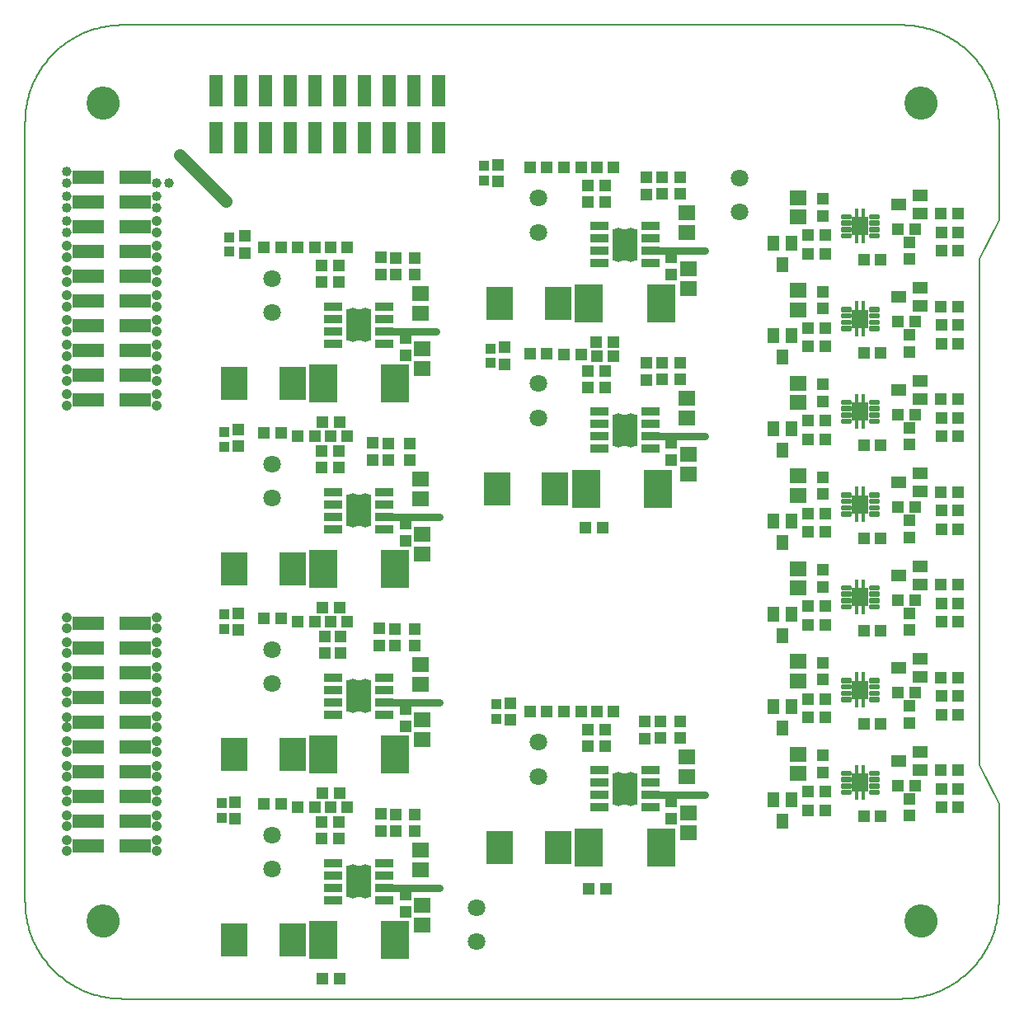
<source format=gts>
G04 EAGLE Gerber RS-274X export*
G75*
%MOMM*%
%FSLAX34Y34*%
%LPD*%
%INSolder Mask top*%
%IPPOS*%
%AMOC8*
5,1,8,0,0,1.08239X$1,22.5*%
G01*
%ADD10C,0.152400*%
%ADD11C,0.762000*%
%ADD12C,1.270000*%
%ADD13C,0.000000*%
%ADD14C,3.403200*%
%ADD15R,1.981200X0.812800*%
%ADD16R,2.603200X3.303200*%
%ADD17C,1.011200*%
%ADD18R,1.303200X1.203200*%
%ADD19R,1.283200X1.253200*%
%ADD20R,1.803200X1.503200*%
%ADD21R,1.253200X1.283200*%
%ADD22R,1.203200X1.303200*%
%ADD23R,3.003200X4.003200*%
%ADD24C,1.803200*%
%ADD25R,2.703200X3.453200*%
%ADD26C,0.229275*%
%ADD27R,1.703200X1.953200*%
%ADD28R,0.433200X1.028200*%
%ADD29R,1.203200X1.603200*%
%ADD30R,1.603200X1.203200*%
%ADD31R,1.003200X1.003200*%
%ADD32R,3.251200X1.473200*%
%ADD33R,1.473200X3.251200*%
%ADD34C,1.059600*%
%ADD35C,1.009600*%


D10*
X0Y100000D02*
X0Y900000D01*
X100000Y1000000D02*
X900000Y1000000D01*
X1000000Y900000D02*
X1000000Y800000D01*
X1000000Y200000D02*
X1000000Y100000D01*
X900000Y0D02*
X100000Y0D01*
X0Y900000D02*
X29Y902416D01*
X117Y904831D01*
X263Y907243D01*
X467Y909651D01*
X729Y912054D01*
X1049Y914449D01*
X1427Y916836D01*
X1863Y919213D01*
X2356Y921578D01*
X2906Y923932D01*
X3512Y926271D01*
X4175Y928595D01*
X4894Y930902D01*
X5669Y933191D01*
X6498Y935460D01*
X7383Y937709D01*
X8321Y939936D01*
X9313Y942140D01*
X10357Y944319D01*
X11454Y946472D01*
X12603Y948598D01*
X13803Y950696D01*
X15053Y952764D01*
X16353Y954801D01*
X17702Y956806D01*
X19098Y958779D01*
X20542Y960716D01*
X22033Y962619D01*
X23568Y964484D01*
X25149Y966312D01*
X26773Y968102D01*
X28440Y969851D01*
X30149Y971560D01*
X31898Y973227D01*
X33688Y974851D01*
X35516Y976432D01*
X37381Y977967D01*
X39284Y979458D01*
X41221Y980902D01*
X43194Y982298D01*
X45199Y983647D01*
X47236Y984947D01*
X49304Y986197D01*
X51402Y987397D01*
X53528Y988546D01*
X55681Y989643D01*
X57860Y990687D01*
X60064Y991679D01*
X62291Y992617D01*
X64540Y993502D01*
X66809Y994331D01*
X69098Y995106D01*
X71405Y995825D01*
X73729Y996488D01*
X76068Y997094D01*
X78422Y997644D01*
X80787Y998137D01*
X83164Y998573D01*
X85551Y998951D01*
X87946Y999271D01*
X90349Y999533D01*
X92757Y999737D01*
X95169Y999883D01*
X97584Y999971D01*
X100000Y1000000D01*
X900000Y1000000D02*
X902416Y999971D01*
X904831Y999883D01*
X907243Y999737D01*
X909651Y999533D01*
X912054Y999271D01*
X914449Y998951D01*
X916836Y998573D01*
X919213Y998137D01*
X921578Y997644D01*
X923932Y997094D01*
X926271Y996488D01*
X928595Y995825D01*
X930902Y995106D01*
X933191Y994331D01*
X935460Y993502D01*
X937709Y992617D01*
X939936Y991679D01*
X942140Y990687D01*
X944319Y989643D01*
X946472Y988546D01*
X948598Y987397D01*
X950696Y986197D01*
X952764Y984947D01*
X954801Y983647D01*
X956806Y982298D01*
X958779Y980902D01*
X960716Y979458D01*
X962619Y977967D01*
X964484Y976432D01*
X966312Y974851D01*
X968102Y973227D01*
X969851Y971560D01*
X971560Y969851D01*
X973227Y968102D01*
X974851Y966312D01*
X976432Y964484D01*
X977967Y962619D01*
X979458Y960716D01*
X980902Y958779D01*
X982298Y956806D01*
X983647Y954801D01*
X984947Y952764D01*
X986197Y950696D01*
X987397Y948598D01*
X988546Y946472D01*
X989643Y944319D01*
X990687Y942140D01*
X991679Y939936D01*
X992617Y937709D01*
X993502Y935460D01*
X994331Y933191D01*
X995106Y930902D01*
X995825Y928595D01*
X996488Y926271D01*
X997094Y923932D01*
X997644Y921578D01*
X998137Y919213D01*
X998573Y916836D01*
X998951Y914449D01*
X999271Y912054D01*
X999533Y909651D01*
X999737Y907243D01*
X999883Y904831D01*
X999971Y902416D01*
X1000000Y900000D01*
X1000000Y100000D02*
X999971Y97584D01*
X999883Y95169D01*
X999737Y92757D01*
X999533Y90349D01*
X999271Y87946D01*
X998951Y85551D01*
X998573Y83164D01*
X998137Y80787D01*
X997644Y78422D01*
X997094Y76068D01*
X996488Y73729D01*
X995825Y71405D01*
X995106Y69098D01*
X994331Y66809D01*
X993502Y64540D01*
X992617Y62291D01*
X991679Y60064D01*
X990687Y57860D01*
X989643Y55681D01*
X988546Y53528D01*
X987397Y51402D01*
X986197Y49304D01*
X984947Y47236D01*
X983647Y45199D01*
X982298Y43194D01*
X980902Y41221D01*
X979458Y39284D01*
X977967Y37381D01*
X976432Y35516D01*
X974851Y33688D01*
X973227Y31898D01*
X971560Y30149D01*
X969851Y28440D01*
X968102Y26773D01*
X966312Y25149D01*
X964484Y23568D01*
X962619Y22033D01*
X960716Y20542D01*
X958779Y19098D01*
X956806Y17702D01*
X954801Y16353D01*
X952764Y15053D01*
X950696Y13803D01*
X948598Y12603D01*
X946472Y11454D01*
X944319Y10357D01*
X942140Y9313D01*
X939936Y8321D01*
X937709Y7383D01*
X935460Y6498D01*
X933191Y5669D01*
X930902Y4894D01*
X928595Y4175D01*
X926271Y3512D01*
X923932Y2906D01*
X921578Y2356D01*
X919213Y1863D01*
X916836Y1427D01*
X914449Y1049D01*
X912054Y729D01*
X909651Y467D01*
X907243Y263D01*
X904831Y117D01*
X902416Y29D01*
X900000Y0D01*
X100000Y0D02*
X97584Y29D01*
X95169Y117D01*
X92757Y263D01*
X90349Y467D01*
X87946Y729D01*
X85551Y1049D01*
X83164Y1427D01*
X80787Y1863D01*
X78422Y2356D01*
X76068Y2906D01*
X73729Y3512D01*
X71405Y4175D01*
X69098Y4894D01*
X66809Y5669D01*
X64540Y6498D01*
X62291Y7383D01*
X60064Y8321D01*
X57860Y9313D01*
X55681Y10357D01*
X53528Y11454D01*
X51402Y12603D01*
X49304Y13803D01*
X47236Y15053D01*
X45199Y16353D01*
X43194Y17702D01*
X41221Y19098D01*
X39284Y20542D01*
X37381Y22033D01*
X35516Y23568D01*
X33688Y25149D01*
X31898Y26773D01*
X30149Y28440D01*
X28440Y30149D01*
X26773Y31898D01*
X25149Y33688D01*
X23568Y35516D01*
X22033Y37381D01*
X20542Y39284D01*
X19098Y41221D01*
X17702Y43194D01*
X16353Y45199D01*
X15053Y47236D01*
X13803Y49304D01*
X12603Y51402D01*
X11454Y53528D01*
X10357Y55681D01*
X9313Y57860D01*
X8321Y60064D01*
X7383Y62291D01*
X6498Y64540D01*
X5669Y66809D01*
X4894Y69098D01*
X4175Y71405D01*
X3512Y73729D01*
X2906Y76068D01*
X2356Y78422D01*
X1863Y80787D01*
X1427Y83164D01*
X1049Y85551D01*
X729Y87946D01*
X467Y90349D01*
X263Y92757D01*
X117Y95169D01*
X29Y97584D01*
X0Y100000D01*
X980000Y760000D02*
X1000000Y800000D01*
X980000Y760000D02*
X980000Y240000D01*
X1000000Y200000D01*
D11*
X422275Y685800D02*
X368300Y685800D01*
X371475Y495300D02*
X425450Y495300D01*
X425450Y304800D02*
X371475Y304800D01*
X371475Y114300D02*
X425450Y114300D01*
X644525Y209550D02*
X698500Y209550D01*
X698500Y577850D02*
X644525Y577850D01*
X644525Y768350D02*
X698500Y768350D01*
D12*
X206375Y819150D02*
X158750Y866775D01*
D13*
X64000Y920000D02*
X64005Y920393D01*
X64019Y920785D01*
X64043Y921177D01*
X64077Y921568D01*
X64120Y921959D01*
X64173Y922348D01*
X64236Y922735D01*
X64307Y923121D01*
X64389Y923506D01*
X64479Y923888D01*
X64580Y924267D01*
X64689Y924645D01*
X64808Y925019D01*
X64935Y925390D01*
X65072Y925758D01*
X65218Y926123D01*
X65373Y926484D01*
X65536Y926841D01*
X65708Y927194D01*
X65889Y927542D01*
X66079Y927886D01*
X66276Y928226D01*
X66482Y928560D01*
X66696Y928889D01*
X66919Y929213D01*
X67149Y929531D01*
X67386Y929844D01*
X67632Y930150D01*
X67885Y930451D01*
X68145Y930745D01*
X68412Y931033D01*
X68686Y931314D01*
X68967Y931588D01*
X69255Y931855D01*
X69549Y932115D01*
X69850Y932368D01*
X70156Y932614D01*
X70469Y932851D01*
X70787Y933081D01*
X71111Y933304D01*
X71440Y933518D01*
X71774Y933724D01*
X72114Y933921D01*
X72458Y934111D01*
X72806Y934292D01*
X73159Y934464D01*
X73516Y934627D01*
X73877Y934782D01*
X74242Y934928D01*
X74610Y935065D01*
X74981Y935192D01*
X75355Y935311D01*
X75733Y935420D01*
X76112Y935521D01*
X76494Y935611D01*
X76879Y935693D01*
X77265Y935764D01*
X77652Y935827D01*
X78041Y935880D01*
X78432Y935923D01*
X78823Y935957D01*
X79215Y935981D01*
X79607Y935995D01*
X80000Y936000D01*
X80393Y935995D01*
X80785Y935981D01*
X81177Y935957D01*
X81568Y935923D01*
X81959Y935880D01*
X82348Y935827D01*
X82735Y935764D01*
X83121Y935693D01*
X83506Y935611D01*
X83888Y935521D01*
X84267Y935420D01*
X84645Y935311D01*
X85019Y935192D01*
X85390Y935065D01*
X85758Y934928D01*
X86123Y934782D01*
X86484Y934627D01*
X86841Y934464D01*
X87194Y934292D01*
X87542Y934111D01*
X87886Y933921D01*
X88226Y933724D01*
X88560Y933518D01*
X88889Y933304D01*
X89213Y933081D01*
X89531Y932851D01*
X89844Y932614D01*
X90150Y932368D01*
X90451Y932115D01*
X90745Y931855D01*
X91033Y931588D01*
X91314Y931314D01*
X91588Y931033D01*
X91855Y930745D01*
X92115Y930451D01*
X92368Y930150D01*
X92614Y929844D01*
X92851Y929531D01*
X93081Y929213D01*
X93304Y928889D01*
X93518Y928560D01*
X93724Y928226D01*
X93921Y927886D01*
X94111Y927542D01*
X94292Y927194D01*
X94464Y926841D01*
X94627Y926484D01*
X94782Y926123D01*
X94928Y925758D01*
X95065Y925390D01*
X95192Y925019D01*
X95311Y924645D01*
X95420Y924267D01*
X95521Y923888D01*
X95611Y923506D01*
X95693Y923121D01*
X95764Y922735D01*
X95827Y922348D01*
X95880Y921959D01*
X95923Y921568D01*
X95957Y921177D01*
X95981Y920785D01*
X95995Y920393D01*
X96000Y920000D01*
X95995Y919607D01*
X95981Y919215D01*
X95957Y918823D01*
X95923Y918432D01*
X95880Y918041D01*
X95827Y917652D01*
X95764Y917265D01*
X95693Y916879D01*
X95611Y916494D01*
X95521Y916112D01*
X95420Y915733D01*
X95311Y915355D01*
X95192Y914981D01*
X95065Y914610D01*
X94928Y914242D01*
X94782Y913877D01*
X94627Y913516D01*
X94464Y913159D01*
X94292Y912806D01*
X94111Y912458D01*
X93921Y912114D01*
X93724Y911774D01*
X93518Y911440D01*
X93304Y911111D01*
X93081Y910787D01*
X92851Y910469D01*
X92614Y910156D01*
X92368Y909850D01*
X92115Y909549D01*
X91855Y909255D01*
X91588Y908967D01*
X91314Y908686D01*
X91033Y908412D01*
X90745Y908145D01*
X90451Y907885D01*
X90150Y907632D01*
X89844Y907386D01*
X89531Y907149D01*
X89213Y906919D01*
X88889Y906696D01*
X88560Y906482D01*
X88226Y906276D01*
X87886Y906079D01*
X87542Y905889D01*
X87194Y905708D01*
X86841Y905536D01*
X86484Y905373D01*
X86123Y905218D01*
X85758Y905072D01*
X85390Y904935D01*
X85019Y904808D01*
X84645Y904689D01*
X84267Y904580D01*
X83888Y904479D01*
X83506Y904389D01*
X83121Y904307D01*
X82735Y904236D01*
X82348Y904173D01*
X81959Y904120D01*
X81568Y904077D01*
X81177Y904043D01*
X80785Y904019D01*
X80393Y904005D01*
X80000Y904000D01*
X79607Y904005D01*
X79215Y904019D01*
X78823Y904043D01*
X78432Y904077D01*
X78041Y904120D01*
X77652Y904173D01*
X77265Y904236D01*
X76879Y904307D01*
X76494Y904389D01*
X76112Y904479D01*
X75733Y904580D01*
X75355Y904689D01*
X74981Y904808D01*
X74610Y904935D01*
X74242Y905072D01*
X73877Y905218D01*
X73516Y905373D01*
X73159Y905536D01*
X72806Y905708D01*
X72458Y905889D01*
X72114Y906079D01*
X71774Y906276D01*
X71440Y906482D01*
X71111Y906696D01*
X70787Y906919D01*
X70469Y907149D01*
X70156Y907386D01*
X69850Y907632D01*
X69549Y907885D01*
X69255Y908145D01*
X68967Y908412D01*
X68686Y908686D01*
X68412Y908967D01*
X68145Y909255D01*
X67885Y909549D01*
X67632Y909850D01*
X67386Y910156D01*
X67149Y910469D01*
X66919Y910787D01*
X66696Y911111D01*
X66482Y911440D01*
X66276Y911774D01*
X66079Y912114D01*
X65889Y912458D01*
X65708Y912806D01*
X65536Y913159D01*
X65373Y913516D01*
X65218Y913877D01*
X65072Y914242D01*
X64935Y914610D01*
X64808Y914981D01*
X64689Y915355D01*
X64580Y915733D01*
X64479Y916112D01*
X64389Y916494D01*
X64307Y916879D01*
X64236Y917265D01*
X64173Y917652D01*
X64120Y918041D01*
X64077Y918432D01*
X64043Y918823D01*
X64019Y919215D01*
X64005Y919607D01*
X64000Y920000D01*
D14*
X80000Y920000D03*
D13*
X64000Y80000D02*
X64005Y80393D01*
X64019Y80785D01*
X64043Y81177D01*
X64077Y81568D01*
X64120Y81959D01*
X64173Y82348D01*
X64236Y82735D01*
X64307Y83121D01*
X64389Y83506D01*
X64479Y83888D01*
X64580Y84267D01*
X64689Y84645D01*
X64808Y85019D01*
X64935Y85390D01*
X65072Y85758D01*
X65218Y86123D01*
X65373Y86484D01*
X65536Y86841D01*
X65708Y87194D01*
X65889Y87542D01*
X66079Y87886D01*
X66276Y88226D01*
X66482Y88560D01*
X66696Y88889D01*
X66919Y89213D01*
X67149Y89531D01*
X67386Y89844D01*
X67632Y90150D01*
X67885Y90451D01*
X68145Y90745D01*
X68412Y91033D01*
X68686Y91314D01*
X68967Y91588D01*
X69255Y91855D01*
X69549Y92115D01*
X69850Y92368D01*
X70156Y92614D01*
X70469Y92851D01*
X70787Y93081D01*
X71111Y93304D01*
X71440Y93518D01*
X71774Y93724D01*
X72114Y93921D01*
X72458Y94111D01*
X72806Y94292D01*
X73159Y94464D01*
X73516Y94627D01*
X73877Y94782D01*
X74242Y94928D01*
X74610Y95065D01*
X74981Y95192D01*
X75355Y95311D01*
X75733Y95420D01*
X76112Y95521D01*
X76494Y95611D01*
X76879Y95693D01*
X77265Y95764D01*
X77652Y95827D01*
X78041Y95880D01*
X78432Y95923D01*
X78823Y95957D01*
X79215Y95981D01*
X79607Y95995D01*
X80000Y96000D01*
X80393Y95995D01*
X80785Y95981D01*
X81177Y95957D01*
X81568Y95923D01*
X81959Y95880D01*
X82348Y95827D01*
X82735Y95764D01*
X83121Y95693D01*
X83506Y95611D01*
X83888Y95521D01*
X84267Y95420D01*
X84645Y95311D01*
X85019Y95192D01*
X85390Y95065D01*
X85758Y94928D01*
X86123Y94782D01*
X86484Y94627D01*
X86841Y94464D01*
X87194Y94292D01*
X87542Y94111D01*
X87886Y93921D01*
X88226Y93724D01*
X88560Y93518D01*
X88889Y93304D01*
X89213Y93081D01*
X89531Y92851D01*
X89844Y92614D01*
X90150Y92368D01*
X90451Y92115D01*
X90745Y91855D01*
X91033Y91588D01*
X91314Y91314D01*
X91588Y91033D01*
X91855Y90745D01*
X92115Y90451D01*
X92368Y90150D01*
X92614Y89844D01*
X92851Y89531D01*
X93081Y89213D01*
X93304Y88889D01*
X93518Y88560D01*
X93724Y88226D01*
X93921Y87886D01*
X94111Y87542D01*
X94292Y87194D01*
X94464Y86841D01*
X94627Y86484D01*
X94782Y86123D01*
X94928Y85758D01*
X95065Y85390D01*
X95192Y85019D01*
X95311Y84645D01*
X95420Y84267D01*
X95521Y83888D01*
X95611Y83506D01*
X95693Y83121D01*
X95764Y82735D01*
X95827Y82348D01*
X95880Y81959D01*
X95923Y81568D01*
X95957Y81177D01*
X95981Y80785D01*
X95995Y80393D01*
X96000Y80000D01*
X95995Y79607D01*
X95981Y79215D01*
X95957Y78823D01*
X95923Y78432D01*
X95880Y78041D01*
X95827Y77652D01*
X95764Y77265D01*
X95693Y76879D01*
X95611Y76494D01*
X95521Y76112D01*
X95420Y75733D01*
X95311Y75355D01*
X95192Y74981D01*
X95065Y74610D01*
X94928Y74242D01*
X94782Y73877D01*
X94627Y73516D01*
X94464Y73159D01*
X94292Y72806D01*
X94111Y72458D01*
X93921Y72114D01*
X93724Y71774D01*
X93518Y71440D01*
X93304Y71111D01*
X93081Y70787D01*
X92851Y70469D01*
X92614Y70156D01*
X92368Y69850D01*
X92115Y69549D01*
X91855Y69255D01*
X91588Y68967D01*
X91314Y68686D01*
X91033Y68412D01*
X90745Y68145D01*
X90451Y67885D01*
X90150Y67632D01*
X89844Y67386D01*
X89531Y67149D01*
X89213Y66919D01*
X88889Y66696D01*
X88560Y66482D01*
X88226Y66276D01*
X87886Y66079D01*
X87542Y65889D01*
X87194Y65708D01*
X86841Y65536D01*
X86484Y65373D01*
X86123Y65218D01*
X85758Y65072D01*
X85390Y64935D01*
X85019Y64808D01*
X84645Y64689D01*
X84267Y64580D01*
X83888Y64479D01*
X83506Y64389D01*
X83121Y64307D01*
X82735Y64236D01*
X82348Y64173D01*
X81959Y64120D01*
X81568Y64077D01*
X81177Y64043D01*
X80785Y64019D01*
X80393Y64005D01*
X80000Y64000D01*
X79607Y64005D01*
X79215Y64019D01*
X78823Y64043D01*
X78432Y64077D01*
X78041Y64120D01*
X77652Y64173D01*
X77265Y64236D01*
X76879Y64307D01*
X76494Y64389D01*
X76112Y64479D01*
X75733Y64580D01*
X75355Y64689D01*
X74981Y64808D01*
X74610Y64935D01*
X74242Y65072D01*
X73877Y65218D01*
X73516Y65373D01*
X73159Y65536D01*
X72806Y65708D01*
X72458Y65889D01*
X72114Y66079D01*
X71774Y66276D01*
X71440Y66482D01*
X71111Y66696D01*
X70787Y66919D01*
X70469Y67149D01*
X70156Y67386D01*
X69850Y67632D01*
X69549Y67885D01*
X69255Y68145D01*
X68967Y68412D01*
X68686Y68686D01*
X68412Y68967D01*
X68145Y69255D01*
X67885Y69549D01*
X67632Y69850D01*
X67386Y70156D01*
X67149Y70469D01*
X66919Y70787D01*
X66696Y71111D01*
X66482Y71440D01*
X66276Y71774D01*
X66079Y72114D01*
X65889Y72458D01*
X65708Y72806D01*
X65536Y73159D01*
X65373Y73516D01*
X65218Y73877D01*
X65072Y74242D01*
X64935Y74610D01*
X64808Y74981D01*
X64689Y75355D01*
X64580Y75733D01*
X64479Y76112D01*
X64389Y76494D01*
X64307Y76879D01*
X64236Y77265D01*
X64173Y77652D01*
X64120Y78041D01*
X64077Y78432D01*
X64043Y78823D01*
X64019Y79215D01*
X64005Y79607D01*
X64000Y80000D01*
D14*
X80000Y80000D03*
D13*
X904000Y80000D02*
X904005Y80393D01*
X904019Y80785D01*
X904043Y81177D01*
X904077Y81568D01*
X904120Y81959D01*
X904173Y82348D01*
X904236Y82735D01*
X904307Y83121D01*
X904389Y83506D01*
X904479Y83888D01*
X904580Y84267D01*
X904689Y84645D01*
X904808Y85019D01*
X904935Y85390D01*
X905072Y85758D01*
X905218Y86123D01*
X905373Y86484D01*
X905536Y86841D01*
X905708Y87194D01*
X905889Y87542D01*
X906079Y87886D01*
X906276Y88226D01*
X906482Y88560D01*
X906696Y88889D01*
X906919Y89213D01*
X907149Y89531D01*
X907386Y89844D01*
X907632Y90150D01*
X907885Y90451D01*
X908145Y90745D01*
X908412Y91033D01*
X908686Y91314D01*
X908967Y91588D01*
X909255Y91855D01*
X909549Y92115D01*
X909850Y92368D01*
X910156Y92614D01*
X910469Y92851D01*
X910787Y93081D01*
X911111Y93304D01*
X911440Y93518D01*
X911774Y93724D01*
X912114Y93921D01*
X912458Y94111D01*
X912806Y94292D01*
X913159Y94464D01*
X913516Y94627D01*
X913877Y94782D01*
X914242Y94928D01*
X914610Y95065D01*
X914981Y95192D01*
X915355Y95311D01*
X915733Y95420D01*
X916112Y95521D01*
X916494Y95611D01*
X916879Y95693D01*
X917265Y95764D01*
X917652Y95827D01*
X918041Y95880D01*
X918432Y95923D01*
X918823Y95957D01*
X919215Y95981D01*
X919607Y95995D01*
X920000Y96000D01*
X920393Y95995D01*
X920785Y95981D01*
X921177Y95957D01*
X921568Y95923D01*
X921959Y95880D01*
X922348Y95827D01*
X922735Y95764D01*
X923121Y95693D01*
X923506Y95611D01*
X923888Y95521D01*
X924267Y95420D01*
X924645Y95311D01*
X925019Y95192D01*
X925390Y95065D01*
X925758Y94928D01*
X926123Y94782D01*
X926484Y94627D01*
X926841Y94464D01*
X927194Y94292D01*
X927542Y94111D01*
X927886Y93921D01*
X928226Y93724D01*
X928560Y93518D01*
X928889Y93304D01*
X929213Y93081D01*
X929531Y92851D01*
X929844Y92614D01*
X930150Y92368D01*
X930451Y92115D01*
X930745Y91855D01*
X931033Y91588D01*
X931314Y91314D01*
X931588Y91033D01*
X931855Y90745D01*
X932115Y90451D01*
X932368Y90150D01*
X932614Y89844D01*
X932851Y89531D01*
X933081Y89213D01*
X933304Y88889D01*
X933518Y88560D01*
X933724Y88226D01*
X933921Y87886D01*
X934111Y87542D01*
X934292Y87194D01*
X934464Y86841D01*
X934627Y86484D01*
X934782Y86123D01*
X934928Y85758D01*
X935065Y85390D01*
X935192Y85019D01*
X935311Y84645D01*
X935420Y84267D01*
X935521Y83888D01*
X935611Y83506D01*
X935693Y83121D01*
X935764Y82735D01*
X935827Y82348D01*
X935880Y81959D01*
X935923Y81568D01*
X935957Y81177D01*
X935981Y80785D01*
X935995Y80393D01*
X936000Y80000D01*
X935995Y79607D01*
X935981Y79215D01*
X935957Y78823D01*
X935923Y78432D01*
X935880Y78041D01*
X935827Y77652D01*
X935764Y77265D01*
X935693Y76879D01*
X935611Y76494D01*
X935521Y76112D01*
X935420Y75733D01*
X935311Y75355D01*
X935192Y74981D01*
X935065Y74610D01*
X934928Y74242D01*
X934782Y73877D01*
X934627Y73516D01*
X934464Y73159D01*
X934292Y72806D01*
X934111Y72458D01*
X933921Y72114D01*
X933724Y71774D01*
X933518Y71440D01*
X933304Y71111D01*
X933081Y70787D01*
X932851Y70469D01*
X932614Y70156D01*
X932368Y69850D01*
X932115Y69549D01*
X931855Y69255D01*
X931588Y68967D01*
X931314Y68686D01*
X931033Y68412D01*
X930745Y68145D01*
X930451Y67885D01*
X930150Y67632D01*
X929844Y67386D01*
X929531Y67149D01*
X929213Y66919D01*
X928889Y66696D01*
X928560Y66482D01*
X928226Y66276D01*
X927886Y66079D01*
X927542Y65889D01*
X927194Y65708D01*
X926841Y65536D01*
X926484Y65373D01*
X926123Y65218D01*
X925758Y65072D01*
X925390Y64935D01*
X925019Y64808D01*
X924645Y64689D01*
X924267Y64580D01*
X923888Y64479D01*
X923506Y64389D01*
X923121Y64307D01*
X922735Y64236D01*
X922348Y64173D01*
X921959Y64120D01*
X921568Y64077D01*
X921177Y64043D01*
X920785Y64019D01*
X920393Y64005D01*
X920000Y64000D01*
X919607Y64005D01*
X919215Y64019D01*
X918823Y64043D01*
X918432Y64077D01*
X918041Y64120D01*
X917652Y64173D01*
X917265Y64236D01*
X916879Y64307D01*
X916494Y64389D01*
X916112Y64479D01*
X915733Y64580D01*
X915355Y64689D01*
X914981Y64808D01*
X914610Y64935D01*
X914242Y65072D01*
X913877Y65218D01*
X913516Y65373D01*
X913159Y65536D01*
X912806Y65708D01*
X912458Y65889D01*
X912114Y66079D01*
X911774Y66276D01*
X911440Y66482D01*
X911111Y66696D01*
X910787Y66919D01*
X910469Y67149D01*
X910156Y67386D01*
X909850Y67632D01*
X909549Y67885D01*
X909255Y68145D01*
X908967Y68412D01*
X908686Y68686D01*
X908412Y68967D01*
X908145Y69255D01*
X907885Y69549D01*
X907632Y69850D01*
X907386Y70156D01*
X907149Y70469D01*
X906919Y70787D01*
X906696Y71111D01*
X906482Y71440D01*
X906276Y71774D01*
X906079Y72114D01*
X905889Y72458D01*
X905708Y72806D01*
X905536Y73159D01*
X905373Y73516D01*
X905218Y73877D01*
X905072Y74242D01*
X904935Y74610D01*
X904808Y74981D01*
X904689Y75355D01*
X904580Y75733D01*
X904479Y76112D01*
X904389Y76494D01*
X904307Y76879D01*
X904236Y77265D01*
X904173Y77652D01*
X904120Y78041D01*
X904077Y78432D01*
X904043Y78823D01*
X904019Y79215D01*
X904005Y79607D01*
X904000Y80000D01*
D14*
X920000Y80000D03*
D13*
X904000Y920000D02*
X904005Y920393D01*
X904019Y920785D01*
X904043Y921177D01*
X904077Y921568D01*
X904120Y921959D01*
X904173Y922348D01*
X904236Y922735D01*
X904307Y923121D01*
X904389Y923506D01*
X904479Y923888D01*
X904580Y924267D01*
X904689Y924645D01*
X904808Y925019D01*
X904935Y925390D01*
X905072Y925758D01*
X905218Y926123D01*
X905373Y926484D01*
X905536Y926841D01*
X905708Y927194D01*
X905889Y927542D01*
X906079Y927886D01*
X906276Y928226D01*
X906482Y928560D01*
X906696Y928889D01*
X906919Y929213D01*
X907149Y929531D01*
X907386Y929844D01*
X907632Y930150D01*
X907885Y930451D01*
X908145Y930745D01*
X908412Y931033D01*
X908686Y931314D01*
X908967Y931588D01*
X909255Y931855D01*
X909549Y932115D01*
X909850Y932368D01*
X910156Y932614D01*
X910469Y932851D01*
X910787Y933081D01*
X911111Y933304D01*
X911440Y933518D01*
X911774Y933724D01*
X912114Y933921D01*
X912458Y934111D01*
X912806Y934292D01*
X913159Y934464D01*
X913516Y934627D01*
X913877Y934782D01*
X914242Y934928D01*
X914610Y935065D01*
X914981Y935192D01*
X915355Y935311D01*
X915733Y935420D01*
X916112Y935521D01*
X916494Y935611D01*
X916879Y935693D01*
X917265Y935764D01*
X917652Y935827D01*
X918041Y935880D01*
X918432Y935923D01*
X918823Y935957D01*
X919215Y935981D01*
X919607Y935995D01*
X920000Y936000D01*
X920393Y935995D01*
X920785Y935981D01*
X921177Y935957D01*
X921568Y935923D01*
X921959Y935880D01*
X922348Y935827D01*
X922735Y935764D01*
X923121Y935693D01*
X923506Y935611D01*
X923888Y935521D01*
X924267Y935420D01*
X924645Y935311D01*
X925019Y935192D01*
X925390Y935065D01*
X925758Y934928D01*
X926123Y934782D01*
X926484Y934627D01*
X926841Y934464D01*
X927194Y934292D01*
X927542Y934111D01*
X927886Y933921D01*
X928226Y933724D01*
X928560Y933518D01*
X928889Y933304D01*
X929213Y933081D01*
X929531Y932851D01*
X929844Y932614D01*
X930150Y932368D01*
X930451Y932115D01*
X930745Y931855D01*
X931033Y931588D01*
X931314Y931314D01*
X931588Y931033D01*
X931855Y930745D01*
X932115Y930451D01*
X932368Y930150D01*
X932614Y929844D01*
X932851Y929531D01*
X933081Y929213D01*
X933304Y928889D01*
X933518Y928560D01*
X933724Y928226D01*
X933921Y927886D01*
X934111Y927542D01*
X934292Y927194D01*
X934464Y926841D01*
X934627Y926484D01*
X934782Y926123D01*
X934928Y925758D01*
X935065Y925390D01*
X935192Y925019D01*
X935311Y924645D01*
X935420Y924267D01*
X935521Y923888D01*
X935611Y923506D01*
X935693Y923121D01*
X935764Y922735D01*
X935827Y922348D01*
X935880Y921959D01*
X935923Y921568D01*
X935957Y921177D01*
X935981Y920785D01*
X935995Y920393D01*
X936000Y920000D01*
X935995Y919607D01*
X935981Y919215D01*
X935957Y918823D01*
X935923Y918432D01*
X935880Y918041D01*
X935827Y917652D01*
X935764Y917265D01*
X935693Y916879D01*
X935611Y916494D01*
X935521Y916112D01*
X935420Y915733D01*
X935311Y915355D01*
X935192Y914981D01*
X935065Y914610D01*
X934928Y914242D01*
X934782Y913877D01*
X934627Y913516D01*
X934464Y913159D01*
X934292Y912806D01*
X934111Y912458D01*
X933921Y912114D01*
X933724Y911774D01*
X933518Y911440D01*
X933304Y911111D01*
X933081Y910787D01*
X932851Y910469D01*
X932614Y910156D01*
X932368Y909850D01*
X932115Y909549D01*
X931855Y909255D01*
X931588Y908967D01*
X931314Y908686D01*
X931033Y908412D01*
X930745Y908145D01*
X930451Y907885D01*
X930150Y907632D01*
X929844Y907386D01*
X929531Y907149D01*
X929213Y906919D01*
X928889Y906696D01*
X928560Y906482D01*
X928226Y906276D01*
X927886Y906079D01*
X927542Y905889D01*
X927194Y905708D01*
X926841Y905536D01*
X926484Y905373D01*
X926123Y905218D01*
X925758Y905072D01*
X925390Y904935D01*
X925019Y904808D01*
X924645Y904689D01*
X924267Y904580D01*
X923888Y904479D01*
X923506Y904389D01*
X923121Y904307D01*
X922735Y904236D01*
X922348Y904173D01*
X921959Y904120D01*
X921568Y904077D01*
X921177Y904043D01*
X920785Y904019D01*
X920393Y904005D01*
X920000Y904000D01*
X919607Y904005D01*
X919215Y904019D01*
X918823Y904043D01*
X918432Y904077D01*
X918041Y904120D01*
X917652Y904173D01*
X917265Y904236D01*
X916879Y904307D01*
X916494Y904389D01*
X916112Y904479D01*
X915733Y904580D01*
X915355Y904689D01*
X914981Y904808D01*
X914610Y904935D01*
X914242Y905072D01*
X913877Y905218D01*
X913516Y905373D01*
X913159Y905536D01*
X912806Y905708D01*
X912458Y905889D01*
X912114Y906079D01*
X911774Y906276D01*
X911440Y906482D01*
X911111Y906696D01*
X910787Y906919D01*
X910469Y907149D01*
X910156Y907386D01*
X909850Y907632D01*
X909549Y907885D01*
X909255Y908145D01*
X908967Y908412D01*
X908686Y908686D01*
X908412Y908967D01*
X908145Y909255D01*
X907885Y909549D01*
X907632Y909850D01*
X907386Y910156D01*
X907149Y910469D01*
X906919Y910787D01*
X906696Y911111D01*
X906482Y911440D01*
X906276Y911774D01*
X906079Y912114D01*
X905889Y912458D01*
X905708Y912806D01*
X905536Y913159D01*
X905373Y913516D01*
X905218Y913877D01*
X905072Y914242D01*
X904935Y914610D01*
X904808Y914981D01*
X904689Y915355D01*
X904580Y915733D01*
X904479Y916112D01*
X904389Y916494D01*
X904307Y916879D01*
X904236Y917265D01*
X904173Y917652D01*
X904120Y918041D01*
X904077Y918432D01*
X904043Y918823D01*
X904019Y919215D01*
X904005Y919607D01*
X904000Y920000D01*
D14*
X920000Y920000D03*
D15*
X369146Y673100D03*
X369146Y685800D03*
X369146Y698500D03*
X369146Y711200D03*
X316654Y711200D03*
X316654Y698500D03*
X316654Y685800D03*
X316654Y673100D03*
D16*
X342900Y692150D03*
D17*
X349250Y679450D03*
X336550Y679450D03*
X349250Y692150D03*
X336550Y692150D03*
X349250Y704850D03*
X336550Y704850D03*
D18*
X381000Y743975D03*
X381000Y760975D03*
X400050Y760975D03*
X400050Y743975D03*
X304800Y736038D03*
X304800Y753038D03*
X322263Y753038D03*
X322263Y736038D03*
D19*
X365125Y743725D03*
X365125Y761225D03*
D20*
X406400Y704375D03*
X406400Y724375D03*
X407988Y667225D03*
X407988Y647225D03*
D19*
X390525Y678675D03*
X390525Y661175D03*
D21*
X280175Y771525D03*
X297675Y771525D03*
X262750Y771525D03*
X245250Y771525D03*
D22*
X313763Y771525D03*
X330763Y771525D03*
D23*
X305900Y631825D03*
X379900Y631825D03*
D21*
X323075Y592138D03*
X305575Y592138D03*
D24*
X254000Y704813D03*
X254000Y739813D03*
D25*
X274475Y631825D03*
X214475Y631825D03*
D26*
X867430Y690270D02*
X875770Y690270D01*
X875770Y687230D01*
X867430Y687230D01*
X867430Y690270D01*
X867430Y689408D02*
X875770Y689408D01*
X875770Y696770D02*
X867430Y696770D01*
X875770Y696770D02*
X875770Y693730D01*
X867430Y693730D01*
X867430Y696770D01*
X867430Y695908D02*
X875770Y695908D01*
X875770Y703270D02*
X867430Y703270D01*
X875770Y703270D02*
X875770Y700230D01*
X867430Y700230D01*
X867430Y703270D01*
X867430Y702408D02*
X875770Y702408D01*
X875770Y709770D02*
X867430Y709770D01*
X875770Y709770D02*
X875770Y706730D01*
X867430Y706730D01*
X867430Y709770D01*
X867430Y708908D02*
X875770Y708908D01*
X847070Y706730D02*
X838730Y706730D01*
X838730Y709770D01*
X847070Y709770D01*
X847070Y706730D01*
X847070Y708908D02*
X838730Y708908D01*
X838730Y700230D02*
X847070Y700230D01*
X838730Y700230D02*
X838730Y703270D01*
X847070Y703270D01*
X847070Y700230D01*
X847070Y702408D02*
X838730Y702408D01*
X838730Y693730D02*
X847070Y693730D01*
X838730Y693730D02*
X838730Y696770D01*
X847070Y696770D01*
X847070Y693730D01*
X847070Y695908D02*
X838730Y695908D01*
X838730Y687230D02*
X847070Y687230D01*
X838730Y687230D02*
X838730Y690270D01*
X847070Y690270D01*
X847070Y687230D01*
X847070Y689408D02*
X838730Y689408D01*
D27*
X857250Y698500D03*
D28*
X860500Y685625D03*
X854000Y685625D03*
X860500Y711375D03*
X854000Y711375D03*
D29*
X777875Y658925D03*
X768375Y680925D03*
X787375Y680925D03*
D22*
X821300Y688975D03*
X804300Y688975D03*
D20*
X793750Y707550D03*
X793750Y727550D03*
D22*
X804300Y669925D03*
X821300Y669925D03*
D30*
X897050Y720725D03*
X919050Y730225D03*
X919050Y711225D03*
D22*
X957825Y673100D03*
X940825Y673100D03*
D21*
X940575Y711200D03*
X958075Y711200D03*
X896125Y695325D03*
X913625Y695325D03*
D18*
X908050Y681600D03*
X908050Y664600D03*
X819150Y709050D03*
X819150Y726050D03*
D22*
X957825Y692150D03*
X940825Y692150D03*
D21*
X878700Y663575D03*
X861200Y663575D03*
D15*
X642196Y565150D03*
X642196Y577850D03*
X642196Y590550D03*
X642196Y603250D03*
X589704Y603250D03*
X589704Y590550D03*
X589704Y577850D03*
X589704Y565150D03*
D16*
X615950Y584200D03*
D17*
X622300Y571500D03*
X609600Y571500D03*
X622300Y584200D03*
X609600Y584200D03*
X622300Y596900D03*
X609600Y596900D03*
D18*
X654050Y636025D03*
X654050Y653025D03*
X673100Y653025D03*
X673100Y636025D03*
X577850Y628088D03*
X577850Y645088D03*
X595313Y645088D03*
X595313Y628088D03*
D19*
X638175Y635775D03*
X638175Y653275D03*
D20*
X679450Y596425D03*
X679450Y616425D03*
X681038Y559275D03*
X681038Y539275D03*
D19*
X663575Y570725D03*
X663575Y553225D03*
D21*
X553225Y661670D03*
X570725Y661670D03*
X535800Y662940D03*
X518300Y662940D03*
D22*
X586813Y660400D03*
X603813Y660400D03*
D23*
X575775Y523875D03*
X649775Y523875D03*
D21*
X592950Y484188D03*
X575450Y484188D03*
D24*
X527050Y596863D03*
X527050Y631863D03*
D25*
X544350Y523875D03*
X484350Y523875D03*
D26*
X867430Y595020D02*
X875770Y595020D01*
X875770Y591980D01*
X867430Y591980D01*
X867430Y595020D01*
X867430Y594158D02*
X875770Y594158D01*
X875770Y601520D02*
X867430Y601520D01*
X875770Y601520D02*
X875770Y598480D01*
X867430Y598480D01*
X867430Y601520D01*
X867430Y600658D02*
X875770Y600658D01*
X875770Y608020D02*
X867430Y608020D01*
X875770Y608020D02*
X875770Y604980D01*
X867430Y604980D01*
X867430Y608020D01*
X867430Y607158D02*
X875770Y607158D01*
X875770Y614520D02*
X867430Y614520D01*
X875770Y614520D02*
X875770Y611480D01*
X867430Y611480D01*
X867430Y614520D01*
X867430Y613658D02*
X875770Y613658D01*
X847070Y611480D02*
X838730Y611480D01*
X838730Y614520D01*
X847070Y614520D01*
X847070Y611480D01*
X847070Y613658D02*
X838730Y613658D01*
X838730Y604980D02*
X847070Y604980D01*
X838730Y604980D02*
X838730Y608020D01*
X847070Y608020D01*
X847070Y604980D01*
X847070Y607158D02*
X838730Y607158D01*
X838730Y598480D02*
X847070Y598480D01*
X838730Y598480D02*
X838730Y601520D01*
X847070Y601520D01*
X847070Y598480D01*
X847070Y600658D02*
X838730Y600658D01*
X838730Y591980D02*
X847070Y591980D01*
X838730Y591980D02*
X838730Y595020D01*
X847070Y595020D01*
X847070Y591980D01*
X847070Y594158D02*
X838730Y594158D01*
D27*
X857250Y603250D03*
D28*
X860500Y590375D03*
X854000Y590375D03*
X860500Y616125D03*
X854000Y616125D03*
D29*
X777875Y563675D03*
X768375Y585675D03*
X787375Y585675D03*
D22*
X821300Y593725D03*
X804300Y593725D03*
D20*
X793750Y612300D03*
X793750Y632300D03*
D22*
X804300Y574675D03*
X821300Y574675D03*
D30*
X897050Y625475D03*
X919050Y634975D03*
X919050Y615975D03*
D22*
X957825Y577850D03*
X940825Y577850D03*
D21*
X940575Y615950D03*
X958075Y615950D03*
X896125Y600075D03*
X913625Y600075D03*
D18*
X908050Y586350D03*
X908050Y569350D03*
X819150Y613800D03*
X819150Y630800D03*
D22*
X957825Y596900D03*
X940825Y596900D03*
D21*
X878700Y568325D03*
X861200Y568325D03*
D15*
X369146Y482600D03*
X369146Y495300D03*
X369146Y508000D03*
X369146Y520700D03*
X316654Y520700D03*
X316654Y508000D03*
X316654Y495300D03*
X316654Y482600D03*
D16*
X342900Y501650D03*
D17*
X349250Y488950D03*
X336550Y488950D03*
X349250Y501650D03*
X336550Y501650D03*
X349250Y514350D03*
X336550Y514350D03*
D18*
X373063Y553475D03*
X373063Y570475D03*
X395288Y570475D03*
X395288Y553475D03*
X304800Y545538D03*
X304800Y562538D03*
X322263Y562538D03*
X322263Y545538D03*
D19*
X357188Y553225D03*
X357188Y570725D03*
D20*
X406400Y513875D03*
X406400Y533875D03*
X407988Y476725D03*
X407988Y456725D03*
D19*
X390525Y488175D03*
X390525Y470675D03*
D21*
X280175Y577850D03*
X297675Y577850D03*
X262750Y581025D03*
X245250Y581025D03*
D22*
X313763Y577850D03*
X330763Y577850D03*
D23*
X305900Y441325D03*
X379900Y441325D03*
D21*
X323075Y401638D03*
X305575Y401638D03*
D24*
X254000Y514313D03*
X254000Y549313D03*
D25*
X274475Y441325D03*
X214475Y441325D03*
D26*
X867430Y499770D02*
X875770Y499770D01*
X875770Y496730D01*
X867430Y496730D01*
X867430Y499770D01*
X867430Y498908D02*
X875770Y498908D01*
X875770Y506270D02*
X867430Y506270D01*
X875770Y506270D02*
X875770Y503230D01*
X867430Y503230D01*
X867430Y506270D01*
X867430Y505408D02*
X875770Y505408D01*
X875770Y512770D02*
X867430Y512770D01*
X875770Y512770D02*
X875770Y509730D01*
X867430Y509730D01*
X867430Y512770D01*
X867430Y511908D02*
X875770Y511908D01*
X875770Y519270D02*
X867430Y519270D01*
X875770Y519270D02*
X875770Y516230D01*
X867430Y516230D01*
X867430Y519270D01*
X867430Y518408D02*
X875770Y518408D01*
X847070Y516230D02*
X838730Y516230D01*
X838730Y519270D01*
X847070Y519270D01*
X847070Y516230D01*
X847070Y518408D02*
X838730Y518408D01*
X838730Y509730D02*
X847070Y509730D01*
X838730Y509730D02*
X838730Y512770D01*
X847070Y512770D01*
X847070Y509730D01*
X847070Y511908D02*
X838730Y511908D01*
X838730Y503230D02*
X847070Y503230D01*
X838730Y503230D02*
X838730Y506270D01*
X847070Y506270D01*
X847070Y503230D01*
X847070Y505408D02*
X838730Y505408D01*
X838730Y496730D02*
X847070Y496730D01*
X838730Y496730D02*
X838730Y499770D01*
X847070Y499770D01*
X847070Y496730D01*
X847070Y498908D02*
X838730Y498908D01*
D27*
X857250Y508000D03*
D28*
X860500Y495125D03*
X854000Y495125D03*
X860500Y520875D03*
X854000Y520875D03*
D29*
X777875Y468425D03*
X768375Y490425D03*
X787375Y490425D03*
D22*
X821300Y498475D03*
X804300Y498475D03*
D20*
X793750Y517050D03*
X793750Y537050D03*
D22*
X804300Y479425D03*
X821300Y479425D03*
D30*
X897050Y530225D03*
X919050Y539725D03*
X919050Y520725D03*
D22*
X957825Y482600D03*
X940825Y482600D03*
D21*
X940575Y520700D03*
X958075Y520700D03*
X896125Y504825D03*
X913625Y504825D03*
D18*
X908050Y491100D03*
X908050Y474100D03*
X819150Y518550D03*
X819150Y535550D03*
D22*
X957825Y501650D03*
X940825Y501650D03*
D21*
X878700Y473075D03*
X861200Y473075D03*
D15*
X369146Y292100D03*
X369146Y304800D03*
X369146Y317500D03*
X369146Y330200D03*
X316654Y330200D03*
X316654Y317500D03*
X316654Y304800D03*
X316654Y292100D03*
D16*
X342900Y311150D03*
D17*
X349250Y298450D03*
X336550Y298450D03*
X349250Y311150D03*
X336550Y311150D03*
X349250Y323850D03*
X336550Y323850D03*
D18*
X379413Y362975D03*
X379413Y379975D03*
X400050Y379975D03*
X400050Y362975D03*
X307975Y355038D03*
X307975Y372038D03*
X323850Y372038D03*
X323850Y355038D03*
D19*
X363538Y362725D03*
X363538Y380225D03*
D20*
X406400Y323375D03*
X406400Y343375D03*
X407988Y286225D03*
X407988Y266225D03*
D19*
X390525Y297675D03*
X390525Y280175D03*
D21*
X280175Y387350D03*
X297675Y387350D03*
X262750Y390525D03*
X245250Y390525D03*
D22*
X313763Y387350D03*
X330763Y387350D03*
D23*
X305900Y250825D03*
X379900Y250825D03*
D21*
X323075Y211138D03*
X305575Y211138D03*
D24*
X254000Y323813D03*
X254000Y358813D03*
D25*
X274475Y250825D03*
X214475Y250825D03*
D26*
X867430Y404520D02*
X875770Y404520D01*
X875770Y401480D01*
X867430Y401480D01*
X867430Y404520D01*
X867430Y403658D02*
X875770Y403658D01*
X875770Y411020D02*
X867430Y411020D01*
X875770Y411020D02*
X875770Y407980D01*
X867430Y407980D01*
X867430Y411020D01*
X867430Y410158D02*
X875770Y410158D01*
X875770Y417520D02*
X867430Y417520D01*
X875770Y417520D02*
X875770Y414480D01*
X867430Y414480D01*
X867430Y417520D01*
X867430Y416658D02*
X875770Y416658D01*
X875770Y424020D02*
X867430Y424020D01*
X875770Y424020D02*
X875770Y420980D01*
X867430Y420980D01*
X867430Y424020D01*
X867430Y423158D02*
X875770Y423158D01*
X847070Y420980D02*
X838730Y420980D01*
X838730Y424020D01*
X847070Y424020D01*
X847070Y420980D01*
X847070Y423158D02*
X838730Y423158D01*
X838730Y414480D02*
X847070Y414480D01*
X838730Y414480D02*
X838730Y417520D01*
X847070Y417520D01*
X847070Y414480D01*
X847070Y416658D02*
X838730Y416658D01*
X838730Y407980D02*
X847070Y407980D01*
X838730Y407980D02*
X838730Y411020D01*
X847070Y411020D01*
X847070Y407980D01*
X847070Y410158D02*
X838730Y410158D01*
X838730Y401480D02*
X847070Y401480D01*
X838730Y401480D02*
X838730Y404520D01*
X847070Y404520D01*
X847070Y401480D01*
X847070Y403658D02*
X838730Y403658D01*
D27*
X857250Y412750D03*
D28*
X860500Y399875D03*
X854000Y399875D03*
X860500Y425625D03*
X854000Y425625D03*
D29*
X777875Y373175D03*
X768375Y395175D03*
X787375Y395175D03*
D22*
X821300Y403225D03*
X804300Y403225D03*
D20*
X793750Y421800D03*
X793750Y441800D03*
D22*
X804300Y384175D03*
X821300Y384175D03*
D30*
X897050Y434975D03*
X919050Y444475D03*
X919050Y425475D03*
D22*
X957825Y387350D03*
X940825Y387350D03*
D21*
X940575Y425450D03*
X958075Y425450D03*
X896125Y409575D03*
X913625Y409575D03*
D18*
X908050Y395850D03*
X908050Y378850D03*
X819150Y423300D03*
X819150Y440300D03*
D22*
X957825Y406400D03*
X940825Y406400D03*
D21*
X878700Y377825D03*
X861200Y377825D03*
D15*
X369146Y101600D03*
X369146Y114300D03*
X369146Y127000D03*
X369146Y139700D03*
X316654Y139700D03*
X316654Y127000D03*
X316654Y114300D03*
X316654Y101600D03*
D16*
X342900Y120650D03*
D17*
X349250Y107950D03*
X336550Y107950D03*
X349250Y120650D03*
X336550Y120650D03*
X349250Y133350D03*
X336550Y133350D03*
D18*
X381000Y172475D03*
X381000Y189475D03*
X400050Y189475D03*
X400050Y172475D03*
X304800Y164538D03*
X304800Y181538D03*
X322263Y181538D03*
X322263Y164538D03*
D19*
X365125Y172225D03*
X365125Y189725D03*
D20*
X406400Y132875D03*
X406400Y152875D03*
X407988Y95725D03*
X407988Y75725D03*
D19*
X390525Y107175D03*
X390525Y89675D03*
D21*
X280175Y196850D03*
X297675Y196850D03*
X262750Y200025D03*
X245250Y200025D03*
D22*
X313763Y196850D03*
X330763Y196850D03*
D23*
X305900Y60325D03*
X379900Y60325D03*
D21*
X323075Y20638D03*
X305575Y20638D03*
D24*
X254000Y133313D03*
X254000Y168313D03*
D25*
X274475Y60325D03*
X214475Y60325D03*
D26*
X867430Y214020D02*
X875770Y214020D01*
X875770Y210980D01*
X867430Y210980D01*
X867430Y214020D01*
X867430Y213158D02*
X875770Y213158D01*
X875770Y220520D02*
X867430Y220520D01*
X875770Y220520D02*
X875770Y217480D01*
X867430Y217480D01*
X867430Y220520D01*
X867430Y219658D02*
X875770Y219658D01*
X875770Y227020D02*
X867430Y227020D01*
X875770Y227020D02*
X875770Y223980D01*
X867430Y223980D01*
X867430Y227020D01*
X867430Y226158D02*
X875770Y226158D01*
X875770Y233520D02*
X867430Y233520D01*
X875770Y233520D02*
X875770Y230480D01*
X867430Y230480D01*
X867430Y233520D01*
X867430Y232658D02*
X875770Y232658D01*
X847070Y230480D02*
X838730Y230480D01*
X838730Y233520D01*
X847070Y233520D01*
X847070Y230480D01*
X847070Y232658D02*
X838730Y232658D01*
X838730Y223980D02*
X847070Y223980D01*
X838730Y223980D02*
X838730Y227020D01*
X847070Y227020D01*
X847070Y223980D01*
X847070Y226158D02*
X838730Y226158D01*
X838730Y217480D02*
X847070Y217480D01*
X838730Y217480D02*
X838730Y220520D01*
X847070Y220520D01*
X847070Y217480D01*
X847070Y219658D02*
X838730Y219658D01*
X838730Y210980D02*
X847070Y210980D01*
X838730Y210980D02*
X838730Y214020D01*
X847070Y214020D01*
X847070Y210980D01*
X847070Y213158D02*
X838730Y213158D01*
D27*
X857250Y222250D03*
D28*
X860500Y209375D03*
X854000Y209375D03*
X860500Y235125D03*
X854000Y235125D03*
D29*
X777875Y182675D03*
X768375Y204675D03*
X787375Y204675D03*
D22*
X821300Y212725D03*
X804300Y212725D03*
D20*
X793750Y231300D03*
X793750Y251300D03*
D22*
X804300Y193675D03*
X821300Y193675D03*
D30*
X897050Y244475D03*
X919050Y253975D03*
X919050Y234975D03*
D22*
X957825Y196850D03*
X940825Y196850D03*
D21*
X940575Y234950D03*
X958075Y234950D03*
X896125Y219075D03*
X913625Y219075D03*
D18*
X908050Y205350D03*
X908050Y188350D03*
X819150Y232800D03*
X819150Y249800D03*
D22*
X957825Y215900D03*
X940825Y215900D03*
D21*
X878700Y187325D03*
X861200Y187325D03*
D15*
X642196Y755650D03*
X642196Y768350D03*
X642196Y781050D03*
X642196Y793750D03*
X589704Y793750D03*
X589704Y781050D03*
X589704Y768350D03*
X589704Y755650D03*
D16*
X615950Y774700D03*
D17*
X622300Y762000D03*
X609600Y762000D03*
X622300Y774700D03*
X609600Y774700D03*
X622300Y787400D03*
X609600Y787400D03*
D18*
X654050Y826525D03*
X654050Y843525D03*
X673100Y843525D03*
X673100Y826525D03*
X577850Y818588D03*
X577850Y835588D03*
X595313Y835588D03*
X595313Y818588D03*
D19*
X638175Y826275D03*
X638175Y843775D03*
D20*
X679450Y786925D03*
X679450Y806925D03*
X681038Y749775D03*
X681038Y729775D03*
D19*
X663575Y761225D03*
X663575Y743725D03*
D21*
X553225Y854075D03*
X570725Y854075D03*
X535800Y854075D03*
X518300Y854075D03*
D22*
X586813Y854075D03*
X603813Y854075D03*
D23*
X578950Y714375D03*
X652950Y714375D03*
D21*
X604063Y674688D03*
X586563Y674688D03*
D24*
X527050Y787363D03*
X527050Y822363D03*
D25*
X547525Y714375D03*
X487525Y714375D03*
D26*
X867430Y785520D02*
X875770Y785520D01*
X875770Y782480D01*
X867430Y782480D01*
X867430Y785520D01*
X867430Y784658D02*
X875770Y784658D01*
X875770Y792020D02*
X867430Y792020D01*
X875770Y792020D02*
X875770Y788980D01*
X867430Y788980D01*
X867430Y792020D01*
X867430Y791158D02*
X875770Y791158D01*
X875770Y798520D02*
X867430Y798520D01*
X875770Y798520D02*
X875770Y795480D01*
X867430Y795480D01*
X867430Y798520D01*
X867430Y797658D02*
X875770Y797658D01*
X875770Y805020D02*
X867430Y805020D01*
X875770Y805020D02*
X875770Y801980D01*
X867430Y801980D01*
X867430Y805020D01*
X867430Y804158D02*
X875770Y804158D01*
X847070Y801980D02*
X838730Y801980D01*
X838730Y805020D01*
X847070Y805020D01*
X847070Y801980D01*
X847070Y804158D02*
X838730Y804158D01*
X838730Y795480D02*
X847070Y795480D01*
X838730Y795480D02*
X838730Y798520D01*
X847070Y798520D01*
X847070Y795480D01*
X847070Y797658D02*
X838730Y797658D01*
X838730Y788980D02*
X847070Y788980D01*
X838730Y788980D02*
X838730Y792020D01*
X847070Y792020D01*
X847070Y788980D01*
X847070Y791158D02*
X838730Y791158D01*
X838730Y782480D02*
X847070Y782480D01*
X838730Y782480D02*
X838730Y785520D01*
X847070Y785520D01*
X847070Y782480D01*
X847070Y784658D02*
X838730Y784658D01*
D27*
X857250Y793750D03*
D28*
X860500Y780875D03*
X854000Y780875D03*
X860500Y806625D03*
X854000Y806625D03*
D29*
X777875Y754175D03*
X768375Y776175D03*
X787375Y776175D03*
D22*
X821300Y784225D03*
X804300Y784225D03*
D20*
X793750Y802800D03*
X793750Y822800D03*
D22*
X804300Y765175D03*
X821300Y765175D03*
D30*
X897050Y815975D03*
X919050Y825475D03*
X919050Y806475D03*
D22*
X957825Y768350D03*
X940825Y768350D03*
D21*
X940575Y806450D03*
X958075Y806450D03*
X896125Y790575D03*
X913625Y790575D03*
D18*
X908050Y776850D03*
X908050Y759850D03*
X819150Y804300D03*
X819150Y821300D03*
D22*
X957825Y787400D03*
X940825Y787400D03*
D21*
X878700Y758825D03*
X861200Y758825D03*
D15*
X642196Y196850D03*
X642196Y209550D03*
X642196Y222250D03*
X642196Y234950D03*
X589704Y234950D03*
X589704Y222250D03*
X589704Y209550D03*
X589704Y196850D03*
D16*
X615950Y215900D03*
D17*
X622300Y203200D03*
X609600Y203200D03*
X622300Y215900D03*
X609600Y215900D03*
X622300Y228600D03*
X609600Y228600D03*
D18*
X652463Y267725D03*
X652463Y284725D03*
X673100Y284725D03*
X673100Y267725D03*
X577850Y259788D03*
X577850Y276788D03*
X595313Y276788D03*
X595313Y259788D03*
D19*
X636588Y267475D03*
X636588Y284975D03*
D20*
X679450Y228125D03*
X679450Y248125D03*
X681038Y190975D03*
X681038Y170975D03*
D19*
X663575Y202425D03*
X663575Y184925D03*
D21*
X553225Y295275D03*
X570725Y295275D03*
X535800Y295275D03*
X518300Y295275D03*
D22*
X586813Y295275D03*
X603813Y295275D03*
D23*
X578950Y155575D03*
X652950Y155575D03*
D21*
X596125Y112713D03*
X578625Y112713D03*
D24*
X527050Y228563D03*
X527050Y263563D03*
D25*
X547525Y155575D03*
X487525Y155575D03*
D26*
X867430Y309270D02*
X875770Y309270D01*
X875770Y306230D01*
X867430Y306230D01*
X867430Y309270D01*
X867430Y308408D02*
X875770Y308408D01*
X875770Y315770D02*
X867430Y315770D01*
X875770Y315770D02*
X875770Y312730D01*
X867430Y312730D01*
X867430Y315770D01*
X867430Y314908D02*
X875770Y314908D01*
X875770Y322270D02*
X867430Y322270D01*
X875770Y322270D02*
X875770Y319230D01*
X867430Y319230D01*
X867430Y322270D01*
X867430Y321408D02*
X875770Y321408D01*
X875770Y328770D02*
X867430Y328770D01*
X875770Y328770D02*
X875770Y325730D01*
X867430Y325730D01*
X867430Y328770D01*
X867430Y327908D02*
X875770Y327908D01*
X847070Y325730D02*
X838730Y325730D01*
X838730Y328770D01*
X847070Y328770D01*
X847070Y325730D01*
X847070Y327908D02*
X838730Y327908D01*
X838730Y319230D02*
X847070Y319230D01*
X838730Y319230D02*
X838730Y322270D01*
X847070Y322270D01*
X847070Y319230D01*
X847070Y321408D02*
X838730Y321408D01*
X838730Y312730D02*
X847070Y312730D01*
X838730Y312730D02*
X838730Y315770D01*
X847070Y315770D01*
X847070Y312730D01*
X847070Y314908D02*
X838730Y314908D01*
X838730Y306230D02*
X847070Y306230D01*
X838730Y306230D02*
X838730Y309270D01*
X847070Y309270D01*
X847070Y306230D01*
X847070Y308408D02*
X838730Y308408D01*
D27*
X857250Y317500D03*
D28*
X860500Y304625D03*
X854000Y304625D03*
X860500Y330375D03*
X854000Y330375D03*
D29*
X777875Y277925D03*
X768375Y299925D03*
X787375Y299925D03*
D22*
X821300Y307975D03*
X804300Y307975D03*
D20*
X793750Y326550D03*
X793750Y346550D03*
D22*
X804300Y288925D03*
X821300Y288925D03*
D30*
X897050Y339725D03*
X919050Y349225D03*
X919050Y330225D03*
D22*
X957825Y292100D03*
X940825Y292100D03*
D21*
X940575Y330200D03*
X958075Y330200D03*
X896125Y314325D03*
X913625Y314325D03*
D18*
X908050Y300600D03*
X908050Y283600D03*
X819150Y328050D03*
X819150Y345050D03*
D22*
X957825Y311150D03*
X940825Y311150D03*
D21*
X878700Y282575D03*
X861200Y282575D03*
D24*
X463550Y93700D03*
X463550Y58700D03*
X733425Y808000D03*
X733425Y843000D03*
D31*
X209550Y767200D03*
X209550Y782200D03*
X204788Y567175D03*
X204788Y582175D03*
X204788Y379850D03*
X204788Y394850D03*
X477838Y652900D03*
X477838Y667900D03*
X201613Y186175D03*
X201613Y201175D03*
X471488Y840225D03*
X471488Y855225D03*
X484188Y287775D03*
X484188Y302775D03*
D18*
X498475Y303775D03*
X498475Y286775D03*
X225425Y783200D03*
X225425Y766200D03*
X492125Y668900D03*
X492125Y651900D03*
X215265Y202175D03*
X215265Y185175D03*
X485775Y856225D03*
X485775Y839225D03*
X219075Y395850D03*
X219075Y378850D03*
X219075Y584445D03*
X219075Y567445D03*
D32*
X64770Y843527D03*
X113030Y843527D03*
X64770Y818127D03*
X113030Y818127D03*
X64770Y792727D03*
X113030Y792727D03*
X64770Y767327D03*
X113030Y767327D03*
X64770Y741927D03*
X113030Y741927D03*
X64770Y716527D03*
X113030Y716527D03*
X64770Y691127D03*
X113030Y691127D03*
X64770Y665727D03*
X113030Y665727D03*
X64770Y640327D03*
X113030Y640327D03*
X64770Y614927D03*
X113030Y614927D03*
X113030Y157187D03*
X64770Y157187D03*
X113030Y182587D03*
X64770Y182587D03*
X113030Y207987D03*
X64770Y207987D03*
X113030Y233387D03*
X64770Y233387D03*
X113030Y258787D03*
X64770Y258787D03*
X113030Y284187D03*
X64770Y284187D03*
X113030Y309587D03*
X64770Y309587D03*
X113030Y334987D03*
X64770Y334987D03*
X113030Y360387D03*
X64770Y360387D03*
X113030Y385787D03*
X64770Y385787D03*
D33*
X195920Y884757D03*
X195920Y933017D03*
X221320Y884757D03*
X221320Y933017D03*
X246720Y884757D03*
X246720Y933017D03*
X272120Y884757D03*
X272120Y933017D03*
X297520Y884757D03*
X297520Y933017D03*
X322920Y884757D03*
X322920Y933017D03*
X348320Y884757D03*
X348320Y933017D03*
X373720Y884757D03*
X373720Y933017D03*
X399120Y884757D03*
X399120Y933017D03*
X424520Y884757D03*
X424520Y933017D03*
D34*
X42863Y634987D03*
X134938Y634987D03*
X42863Y646100D03*
X134938Y646100D03*
X42863Y303994D03*
X42863Y315106D03*
X42863Y188106D03*
X42863Y176994D03*
X42863Y162706D03*
X42863Y151594D03*
D35*
X134938Y812787D03*
X134938Y838187D03*
X134938Y823900D03*
X147638Y837870D03*
D34*
X134938Y736587D03*
X134938Y747700D03*
X42863Y747700D03*
X42863Y736587D03*
D35*
X42863Y838187D03*
X42863Y812787D03*
X42863Y849300D03*
X42863Y823900D03*
D34*
X134938Y685787D03*
X134938Y696900D03*
X42863Y696900D03*
X42863Y685787D03*
X134938Y202394D03*
X134938Y213506D03*
X42863Y202394D03*
X42863Y213506D03*
X42863Y380194D03*
X42863Y354794D03*
X42863Y391306D03*
X42863Y365906D03*
X134938Y329394D03*
X134938Y340506D03*
X42863Y340506D03*
X42863Y329394D03*
X134938Y151594D03*
X134938Y162706D03*
X134938Y176994D03*
X134938Y188106D03*
X42863Y761987D03*
X42863Y773100D03*
D35*
X42863Y787387D03*
X42863Y798500D03*
D34*
X42863Y609587D03*
X42863Y620700D03*
X134938Y609587D03*
X134938Y620700D03*
X42863Y660387D03*
X42863Y671500D03*
X134938Y671500D03*
X134938Y660387D03*
X42863Y711187D03*
X134938Y711187D03*
X42863Y722300D03*
X134938Y722300D03*
X134938Y773100D03*
X134938Y761987D03*
X42863Y227794D03*
X42863Y238906D03*
X134938Y253194D03*
X134938Y264306D03*
X134938Y278594D03*
X134938Y289706D03*
X134938Y354794D03*
X134938Y365906D03*
X134938Y380194D03*
X134938Y391306D03*
X134938Y238906D03*
X134938Y227794D03*
X134938Y315106D03*
X134938Y303994D03*
X42863Y278594D03*
X42863Y288912D03*
X42863Y264306D03*
X42863Y253194D03*
X134938Y798500D03*
X134938Y787387D03*
M02*

</source>
